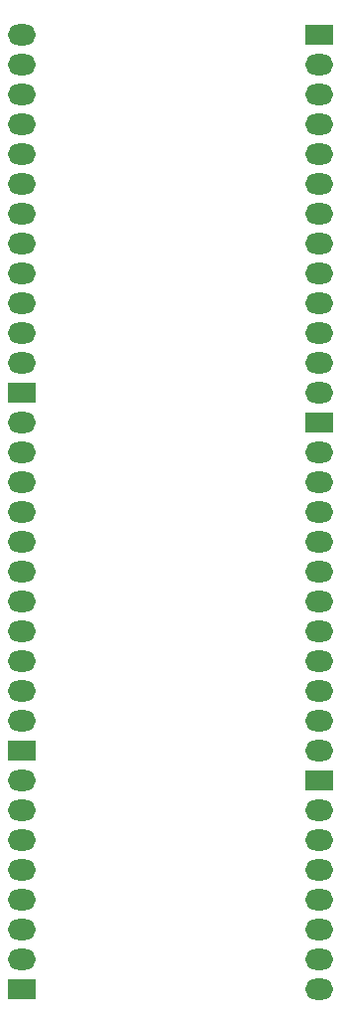
<source format=gbr>
G04 --- HEADER BEGIN --- *
%TF.GenerationSoftware,LibrePCB,LibrePCB,0.1.5*%
%TF.CreationDate,2020-12-27T00:53:52*%
%TF.ProjectId,bob_ddr_sdram_4m16b - default,91b37e6c-9424-4871-8535-6cfacb37efd9,v1*%
%TF.Part,Single*%
%FSLAX66Y66*%
%MOMM*%
G01*
G74*
G04 --- HEADER END --- *
G04 --- APERTURE LIST BEGIN --- *
%ADD10O,2.39X1.787*%
%ADD11R,2.39X1.787*%
G04 --- APERTURE LIST END --- *
G04 --- BOARD BEGIN --- *
D10*
X26670000Y34290000D03*
X26670000Y44450000D03*
D11*
X26670000Y49530000D03*
D10*
X26670000Y39370000D03*
X26670000Y31750000D03*
X26670000Y21590000D03*
X26670000Y26670000D03*
X26670000Y41910000D03*
X26670000Y46990000D03*
X26670000Y29210000D03*
X26670000Y24130000D03*
X26670000Y36830000D03*
X26670000Y57150000D03*
X26670000Y62230000D03*
D11*
X26670000Y82550000D03*
D10*
X26670000Y77470000D03*
X26670000Y74930000D03*
X26670000Y54610000D03*
X26670000Y52070000D03*
X26670000Y72390000D03*
X26670000Y59690000D03*
X26670000Y69850000D03*
X26670000Y80010000D03*
X26670000Y67310000D03*
X26670000Y64770000D03*
X1270000Y36830000D03*
X1270000Y26670000D03*
D11*
X1270000Y21590000D03*
D10*
X1270000Y31750000D03*
X1270000Y39370000D03*
X1270000Y49530000D03*
X1270000Y44450000D03*
X1270000Y29210000D03*
X1270000Y24130000D03*
X1270000Y41910000D03*
X1270000Y46990000D03*
X1270000Y34290000D03*
X26670000Y1270000D03*
X26670000Y8890000D03*
X26670000Y6350000D03*
D11*
X26670000Y19050000D03*
D10*
X26670000Y16510000D03*
X26670000Y3810000D03*
X26670000Y13970000D03*
X26670000Y11430000D03*
X1270000Y19050000D03*
X1270000Y11430000D03*
X1270000Y13970000D03*
D11*
X1270000Y1270000D03*
D10*
X1270000Y3810000D03*
X1270000Y16510000D03*
X1270000Y6350000D03*
X1270000Y8890000D03*
X1270000Y77470000D03*
X1270000Y72390000D03*
D11*
X1270000Y52070000D03*
D10*
X1270000Y57150000D03*
X1270000Y59690000D03*
X1270000Y80010000D03*
X1270000Y82550000D03*
X1270000Y62230000D03*
X1270000Y74930000D03*
X1270000Y64770000D03*
X1270000Y54610000D03*
X1270000Y67310000D03*
X1270000Y69850000D03*
G04 --- BOARD END --- *
%TF.MD5,bcc3ca3cc7ff60e5c02778c2a2ecf2a7*%
M02*

</source>
